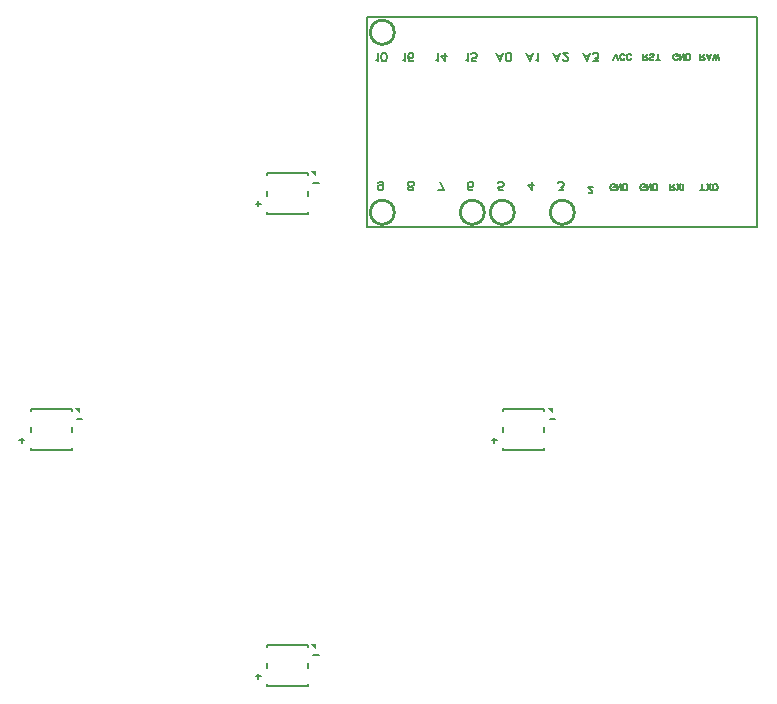
<source format=gbo>
G04 Layer: BottomSilkLayer*
G04 EasyEDA v6.3.53, 2020-07-05T02:03:50+01:00*
G04 82ae3a4b42a8425995a6aefca007ea94,831979d3ac2e4a1db92824a7b243be6d,10*
G04 Gerber Generator version 0.2*
G04 Scale: 100 percent, Rotated: No, Reflected: No *
G04 Dimensions in millimeters *
G04 leading zeros omitted , absolute positions ,3 integer and 3 decimal *
%FSLAX33Y33*%
%MOMM*%
G90*
G71D02*

%ADD10C,0.254000*%
%ADD19C,0.152400*%
%ADD20C,0.203200*%

%LPD*%
G54D19*
G01X38249Y55749D02*
G01X41749Y55749D01*
G01X38249Y52249D02*
G01X41749Y52249D01*
G01X38249Y52249D02*
G01X38249Y52419D01*
G01X38249Y53780D02*
G01X38249Y54219D01*
G01X38249Y55580D02*
G01X38249Y55749D01*
G01X41749Y52249D02*
G01X41749Y52419D01*
G01X41749Y53780D02*
G01X41749Y54219D01*
G01X41749Y55580D02*
G01X41749Y55749D01*
G01X37300Y53099D02*
G01X37724Y53099D01*
G01X37500Y53299D02*
G01X37500Y52874D01*
G01X42199Y54899D02*
G01X42624Y54899D01*
G01X18249Y35749D02*
G01X21749Y35749D01*
G01X18249Y32249D02*
G01X21749Y32249D01*
G01X18249Y32249D02*
G01X18249Y32419D01*
G01X18249Y33780D02*
G01X18249Y34219D01*
G01X18249Y35580D02*
G01X18249Y35749D01*
G01X21749Y32249D02*
G01X21749Y32419D01*
G01X21749Y33780D02*
G01X21749Y34219D01*
G01X21749Y35580D02*
G01X21749Y35749D01*
G01X17300Y33099D02*
G01X17725Y33099D01*
G01X17500Y33299D02*
G01X17500Y32874D01*
G01X22200Y34899D02*
G01X22624Y34899D01*
G01X38249Y15749D02*
G01X41749Y15749D01*
G01X38249Y12249D02*
G01X41749Y12249D01*
G01X38249Y12249D02*
G01X38249Y12419D01*
G01X38249Y13780D02*
G01X38249Y14219D01*
G01X38249Y15580D02*
G01X38249Y15749D01*
G01X41749Y12249D02*
G01X41749Y12419D01*
G01X41749Y13780D02*
G01X41749Y14219D01*
G01X41749Y15580D02*
G01X41749Y15749D01*
G01X37300Y13099D02*
G01X37724Y13099D01*
G01X37500Y13299D02*
G01X37500Y12874D01*
G01X42199Y14899D02*
G01X42624Y14899D01*
G01X58249Y35749D02*
G01X61749Y35749D01*
G01X58249Y32249D02*
G01X61749Y32249D01*
G01X58249Y32249D02*
G01X58249Y32419D01*
G01X58249Y33780D02*
G01X58249Y34219D01*
G01X58249Y35580D02*
G01X58249Y35749D01*
G01X61749Y32249D02*
G01X61749Y32419D01*
G01X61749Y33780D02*
G01X61749Y34219D01*
G01X61749Y35580D02*
G01X61749Y35749D01*
G01X57300Y33099D02*
G01X57725Y33099D01*
G01X57500Y33299D02*
G01X57500Y32874D01*
G01X62200Y34899D02*
G01X62624Y34899D01*
G54D20*
G01X79780Y51109D02*
G01X46760Y51109D01*
G01X46760Y68889D01*
G01X79780Y68889D01*
G01X79780Y51109D01*
G54D19*
G01X48098Y54493D02*
G01X48065Y54597D01*
G01X47994Y54665D01*
G01X47890Y54701D01*
G01X47857Y54701D01*
G01X47753Y54665D01*
G01X47684Y54597D01*
G01X47649Y54493D01*
G01X47649Y54457D01*
G01X47684Y54353D01*
G01X47753Y54284D01*
G01X47857Y54249D01*
G01X47890Y54249D01*
G01X47994Y54284D01*
G01X48065Y54353D01*
G01X48098Y54493D01*
G01X48098Y54665D01*
G01X48065Y54838D01*
G01X47994Y54942D01*
G01X47890Y54978D01*
G01X47821Y54978D01*
G01X47717Y54942D01*
G01X47684Y54874D01*
G01X50361Y54249D02*
G01X50257Y54284D01*
G01X50224Y54353D01*
G01X50224Y54424D01*
G01X50257Y54493D01*
G01X50328Y54526D01*
G01X50465Y54561D01*
G01X50570Y54597D01*
G01X50638Y54665D01*
G01X50674Y54734D01*
G01X50674Y54838D01*
G01X50638Y54907D01*
G01X50605Y54942D01*
G01X50501Y54978D01*
G01X50361Y54978D01*
G01X50257Y54942D01*
G01X50224Y54907D01*
G01X50189Y54838D01*
G01X50189Y54734D01*
G01X50224Y54665D01*
G01X50293Y54597D01*
G01X50397Y54561D01*
G01X50534Y54526D01*
G01X50605Y54493D01*
G01X50638Y54424D01*
G01X50638Y54353D01*
G01X50605Y54284D01*
G01X50501Y54249D01*
G01X50361Y54249D01*
G01X53214Y54249D02*
G01X52868Y54978D01*
G01X52729Y54249D02*
G01X53214Y54249D01*
G01X55685Y54353D02*
G01X55650Y54284D01*
G01X55545Y54249D01*
G01X55477Y54249D01*
G01X55373Y54284D01*
G01X55304Y54389D01*
G01X55269Y54561D01*
G01X55269Y54734D01*
G01X55304Y54874D01*
G01X55373Y54942D01*
G01X55477Y54978D01*
G01X55510Y54978D01*
G01X55614Y54942D01*
G01X55685Y54874D01*
G01X55718Y54770D01*
G01X55718Y54734D01*
G01X55685Y54630D01*
G01X55614Y54561D01*
G01X55510Y54526D01*
G01X55477Y54526D01*
G01X55373Y54561D01*
G01X55304Y54630D01*
G01X55269Y54734D01*
G01X58225Y54249D02*
G01X57877Y54249D01*
G01X57844Y54561D01*
G01X57877Y54526D01*
G01X57981Y54493D01*
G01X58085Y54493D01*
G01X58190Y54526D01*
G01X58258Y54597D01*
G01X58294Y54701D01*
G01X58294Y54770D01*
G01X58258Y54874D01*
G01X58190Y54942D01*
G01X58085Y54978D01*
G01X57981Y54978D01*
G01X57877Y54942D01*
G01X57844Y54907D01*
G01X57809Y54838D01*
G01X60694Y54249D02*
G01X60349Y54734D01*
G01X60869Y54734D01*
G01X60694Y54249D02*
G01X60694Y54978D01*
G01X62957Y54249D02*
G01X63338Y54249D01*
G01X63130Y54526D01*
G01X63234Y54526D01*
G01X63305Y54561D01*
G01X63338Y54597D01*
G01X63374Y54701D01*
G01X63374Y54770D01*
G01X63338Y54874D01*
G01X63270Y54942D01*
G01X63165Y54978D01*
G01X63061Y54978D01*
G01X62957Y54942D01*
G01X62924Y54907D01*
G01X62889Y54838D01*
G01X65505Y54107D02*
G01X65505Y54081D01*
G01X65530Y54030D01*
G01X65556Y54005D01*
G01X65606Y53980D01*
G01X65708Y53980D01*
G01X65759Y54005D01*
G01X65784Y54030D01*
G01X65810Y54081D01*
G01X65810Y54132D01*
G01X65784Y54183D01*
G01X65733Y54259D01*
G01X65479Y54513D01*
G01X65835Y54513D01*
G01X67715Y54361D02*
G01X67689Y54310D01*
G01X67638Y54259D01*
G01X67588Y54234D01*
G01X67486Y54234D01*
G01X67435Y54259D01*
G01X67384Y54310D01*
G01X67359Y54361D01*
G01X67334Y54437D01*
G01X67334Y54564D01*
G01X67359Y54640D01*
G01X67384Y54691D01*
G01X67435Y54742D01*
G01X67486Y54767D01*
G01X67588Y54767D01*
G01X67638Y54742D01*
G01X67689Y54691D01*
G01X67715Y54640D01*
G01X67715Y54564D01*
G01X67588Y54564D02*
G01X67715Y54564D01*
G01X67882Y54234D02*
G01X67882Y54767D01*
G01X67882Y54234D02*
G01X68238Y54767D01*
G01X68238Y54234D02*
G01X68238Y54767D01*
G01X68405Y54234D02*
G01X68405Y54767D01*
G01X68405Y54234D02*
G01X68583Y54234D01*
G01X68659Y54259D01*
G01X68710Y54310D01*
G01X68736Y54361D01*
G01X68761Y54437D01*
G01X68761Y54564D01*
G01X68736Y54640D01*
G01X68710Y54691D01*
G01X68659Y54742D01*
G01X68583Y54767D01*
G01X68405Y54767D01*
G01X70255Y54361D02*
G01X70229Y54310D01*
G01X70178Y54259D01*
G01X70128Y54234D01*
G01X70026Y54234D01*
G01X69975Y54259D01*
G01X69924Y54310D01*
G01X69899Y54361D01*
G01X69874Y54437D01*
G01X69874Y54564D01*
G01X69899Y54640D01*
G01X69924Y54691D01*
G01X69975Y54742D01*
G01X70026Y54767D01*
G01X70128Y54767D01*
G01X70178Y54742D01*
G01X70229Y54691D01*
G01X70255Y54640D01*
G01X70255Y54564D01*
G01X70128Y54564D02*
G01X70255Y54564D01*
G01X70422Y54234D02*
G01X70422Y54767D01*
G01X70422Y54234D02*
G01X70778Y54767D01*
G01X70778Y54234D02*
G01X70778Y54767D01*
G01X70945Y54234D02*
G01X70945Y54767D01*
G01X70945Y54234D02*
G01X71123Y54234D01*
G01X71199Y54259D01*
G01X71250Y54310D01*
G01X71276Y54361D01*
G01X71301Y54437D01*
G01X71301Y54564D01*
G01X71276Y54640D01*
G01X71250Y54691D01*
G01X71199Y54742D01*
G01X71123Y54767D01*
G01X70945Y54767D01*
G01X72414Y54234D02*
G01X72414Y54767D01*
G01X72414Y54234D02*
G01X72642Y54234D01*
G01X72718Y54259D01*
G01X72744Y54284D01*
G01X72769Y54335D01*
G01X72769Y54386D01*
G01X72744Y54437D01*
G01X72718Y54462D01*
G01X72642Y54488D01*
G01X72414Y54488D01*
G01X72591Y54488D02*
G01X72769Y54767D01*
G01X72937Y54234D02*
G01X73292Y54767D01*
G01X73292Y54234D02*
G01X72937Y54767D01*
G01X73460Y54234D02*
G01X73460Y54767D01*
G01X75131Y54234D02*
G01X75131Y54767D01*
G01X74954Y54234D02*
G01X75309Y54234D01*
G01X75477Y54234D02*
G01X75832Y54767D01*
G01X75832Y54234D02*
G01X75477Y54767D01*
G01X76152Y54234D02*
G01X76102Y54259D01*
G01X76051Y54310D01*
G01X76025Y54361D01*
G01X76000Y54437D01*
G01X76000Y54564D01*
G01X76025Y54640D01*
G01X76051Y54691D01*
G01X76102Y54742D01*
G01X76152Y54767D01*
G01X76254Y54767D01*
G01X76305Y54742D01*
G01X76356Y54691D01*
G01X76381Y54640D01*
G01X76406Y54564D01*
G01X76406Y54437D01*
G01X76381Y54361D01*
G01X76356Y54310D01*
G01X76305Y54259D01*
G01X76254Y54234D01*
G01X76152Y54234D01*
G01X74954Y65283D02*
G01X74954Y65816D01*
G01X74954Y65283D02*
G01X75182Y65283D01*
G01X75258Y65308D01*
G01X75284Y65333D01*
G01X75309Y65384D01*
G01X75309Y65435D01*
G01X75284Y65486D01*
G01X75258Y65511D01*
G01X75182Y65537D01*
G01X74954Y65537D01*
G01X75131Y65537D02*
G01X75309Y65816D01*
G01X75680Y65283D02*
G01X75477Y65816D01*
G01X75680Y65283D02*
G01X75883Y65816D01*
G01X75553Y65638D02*
G01X75807Y65638D01*
G01X76051Y65283D02*
G01X76178Y65816D01*
G01X76305Y65283D02*
G01X76178Y65816D01*
G01X76305Y65283D02*
G01X76432Y65816D01*
G01X76559Y65283D02*
G01X76432Y65816D01*
G01X73049Y65410D02*
G01X73023Y65359D01*
G01X72972Y65308D01*
G01X72922Y65283D01*
G01X72820Y65283D01*
G01X72769Y65308D01*
G01X72718Y65359D01*
G01X72693Y65410D01*
G01X72668Y65486D01*
G01X72668Y65613D01*
G01X72693Y65689D01*
G01X72718Y65740D01*
G01X72769Y65791D01*
G01X72820Y65816D01*
G01X72922Y65816D01*
G01X72972Y65791D01*
G01X73023Y65740D01*
G01X73049Y65689D01*
G01X73049Y65613D01*
G01X72922Y65613D02*
G01X73049Y65613D01*
G01X73216Y65283D02*
G01X73216Y65816D01*
G01X73216Y65283D02*
G01X73572Y65816D01*
G01X73572Y65283D02*
G01X73572Y65816D01*
G01X73739Y65283D02*
G01X73739Y65816D01*
G01X73739Y65283D02*
G01X73917Y65283D01*
G01X73993Y65308D01*
G01X74044Y65359D01*
G01X74070Y65410D01*
G01X74095Y65486D01*
G01X74095Y65613D01*
G01X74070Y65689D01*
G01X74044Y65740D01*
G01X73993Y65791D01*
G01X73917Y65816D01*
G01X73739Y65816D01*
G01X70128Y65283D02*
G01X70128Y65816D01*
G01X70128Y65283D02*
G01X70356Y65283D01*
G01X70432Y65308D01*
G01X70458Y65333D01*
G01X70483Y65384D01*
G01X70483Y65435D01*
G01X70458Y65486D01*
G01X70432Y65511D01*
G01X70356Y65537D01*
G01X70128Y65537D01*
G01X70305Y65537D02*
G01X70483Y65816D01*
G01X71006Y65359D02*
G01X70956Y65308D01*
G01X70879Y65283D01*
G01X70778Y65283D01*
G01X70702Y65308D01*
G01X70651Y65359D01*
G01X70651Y65410D01*
G01X70676Y65460D01*
G01X70702Y65486D01*
G01X70752Y65511D01*
G01X70905Y65562D01*
G01X70956Y65587D01*
G01X70981Y65613D01*
G01X71006Y65664D01*
G01X71006Y65740D01*
G01X70956Y65791D01*
G01X70879Y65816D01*
G01X70778Y65816D01*
G01X70702Y65791D01*
G01X70651Y65740D01*
G01X71352Y65283D02*
G01X71352Y65816D01*
G01X71174Y65283D02*
G01X71530Y65283D01*
G01X67588Y65283D02*
G01X67791Y65816D01*
G01X67994Y65283D02*
G01X67791Y65816D01*
G01X68543Y65410D02*
G01X68517Y65359D01*
G01X68466Y65308D01*
G01X68416Y65283D01*
G01X68314Y65283D01*
G01X68263Y65308D01*
G01X68212Y65359D01*
G01X68187Y65410D01*
G01X68162Y65486D01*
G01X68162Y65613D01*
G01X68187Y65689D01*
G01X68212Y65740D01*
G01X68263Y65791D01*
G01X68314Y65816D01*
G01X68416Y65816D01*
G01X68466Y65791D01*
G01X68517Y65740D01*
G01X68543Y65689D01*
G01X69091Y65410D02*
G01X69066Y65359D01*
G01X69015Y65308D01*
G01X68964Y65283D01*
G01X68863Y65283D01*
G01X68812Y65308D01*
G01X68761Y65359D01*
G01X68736Y65410D01*
G01X68710Y65486D01*
G01X68710Y65613D01*
G01X68736Y65689D01*
G01X68761Y65740D01*
G01X68812Y65791D01*
G01X68863Y65816D01*
G01X68964Y65816D01*
G01X69015Y65791D01*
G01X69066Y65740D01*
G01X69091Y65689D01*
G01X65324Y65171D02*
G01X65048Y65900D01*
G01X65324Y65171D02*
G01X65601Y65900D01*
G01X65152Y65656D02*
G01X65497Y65656D01*
G01X65898Y65171D02*
G01X66279Y65171D01*
G01X66074Y65448D01*
G01X66178Y65448D01*
G01X66246Y65483D01*
G01X66279Y65519D01*
G01X66315Y65623D01*
G01X66315Y65692D01*
G01X66279Y65796D01*
G01X66211Y65864D01*
G01X66107Y65900D01*
G01X66003Y65900D01*
G01X65898Y65864D01*
G01X65865Y65829D01*
G01X65830Y65760D01*
G01X62784Y65171D02*
G01X62508Y65900D01*
G01X62784Y65171D02*
G01X63061Y65900D01*
G01X62612Y65656D02*
G01X62957Y65656D01*
G01X63325Y65346D02*
G01X63325Y65311D01*
G01X63358Y65242D01*
G01X63394Y65206D01*
G01X63463Y65171D01*
G01X63602Y65171D01*
G01X63671Y65206D01*
G01X63706Y65242D01*
G01X63739Y65311D01*
G01X63739Y65379D01*
G01X63706Y65448D01*
G01X63638Y65552D01*
G01X63290Y65900D01*
G01X63775Y65900D01*
G01X60498Y65171D02*
G01X60222Y65900D01*
G01X60498Y65171D02*
G01X60775Y65900D01*
G01X60326Y65656D02*
G01X60671Y65656D01*
G01X61004Y65311D02*
G01X61072Y65275D01*
G01X61177Y65171D01*
G01X61177Y65900D01*
G01X57958Y65171D02*
G01X57682Y65900D01*
G01X57958Y65171D02*
G01X58235Y65900D01*
G01X57786Y65656D02*
G01X58131Y65656D01*
G01X58672Y65171D02*
G01X58568Y65206D01*
G01X58499Y65311D01*
G01X58464Y65483D01*
G01X58464Y65587D01*
G01X58499Y65760D01*
G01X58568Y65864D01*
G01X58672Y65900D01*
G01X58741Y65900D01*
G01X58845Y65864D01*
G01X58913Y65760D01*
G01X58949Y65587D01*
G01X58949Y65483D01*
G01X58913Y65311D01*
G01X58845Y65206D01*
G01X58741Y65171D01*
G01X58672Y65171D01*
G01X55142Y65311D02*
G01X55210Y65275D01*
G01X55314Y65171D01*
G01X55314Y65900D01*
G01X55959Y65171D02*
G01X55611Y65171D01*
G01X55578Y65483D01*
G01X55611Y65448D01*
G01X55716Y65415D01*
G01X55820Y65415D01*
G01X55924Y65448D01*
G01X55992Y65519D01*
G01X56028Y65623D01*
G01X56028Y65692D01*
G01X55992Y65796D01*
G01X55924Y65864D01*
G01X55820Y65900D01*
G01X55716Y65900D01*
G01X55611Y65864D01*
G01X55578Y65829D01*
G01X55543Y65760D01*
G01X52602Y65311D02*
G01X52670Y65275D01*
G01X52774Y65171D01*
G01X52774Y65900D01*
G01X53351Y65171D02*
G01X53003Y65656D01*
G01X53524Y65656D01*
G01X53351Y65171D02*
G01X53351Y65900D01*
G01X49808Y65311D02*
G01X49876Y65275D01*
G01X49980Y65171D01*
G01X49980Y65900D01*
G01X50625Y65275D02*
G01X50590Y65206D01*
G01X50486Y65171D01*
G01X50417Y65171D01*
G01X50313Y65206D01*
G01X50244Y65311D01*
G01X50209Y65483D01*
G01X50209Y65656D01*
G01X50244Y65796D01*
G01X50313Y65864D01*
G01X50417Y65900D01*
G01X50453Y65900D01*
G01X50557Y65864D01*
G01X50625Y65796D01*
G01X50658Y65692D01*
G01X50658Y65656D01*
G01X50625Y65552D01*
G01X50557Y65483D01*
G01X50453Y65448D01*
G01X50417Y65448D01*
G01X50313Y65483D01*
G01X50244Y65552D01*
G01X50209Y65656D01*
G01X47522Y65311D02*
G01X47590Y65275D01*
G01X47694Y65171D01*
G01X47694Y65900D01*
G01X48131Y65171D02*
G01X48027Y65206D01*
G01X47958Y65311D01*
G01X47923Y65483D01*
G01X47923Y65587D01*
G01X47958Y65760D01*
G01X48027Y65864D01*
G01X48131Y65900D01*
G01X48200Y65900D01*
G01X48304Y65864D01*
G01X48372Y65760D01*
G01X48408Y65587D01*
G01X48408Y65483D01*
G01X48372Y65311D01*
G01X48304Y65206D01*
G01X48200Y65171D01*
G01X48131Y65171D01*
G54D10*
G75*
G01X56666Y52380D02*
G03X56666Y52380I-1016J0D01*
G01*
G75*
G01X59206Y52380D02*
G03X59206Y52380I-1016J0D01*
G01*
G75*
G01X64286Y52380D02*
G03X64286Y52380I-1016J0D01*
G01*
G75*
G01X49046Y52380D02*
G03X49046Y52380I-1016J0D01*
G01*
G75*
G01X49046Y67620D02*
G03X49046Y67620I-1016J0D01*
G01*

%LPD*%
G36*
G01X42449Y55849D02*
G01X41949Y55849D01*
G01X42449Y55349D01*
G01X42449Y55849D01*
G37*

%LPD*%
G36*
G01X22449Y35849D02*
G01X21949Y35849D01*
G01X22449Y35349D01*
G01X22449Y35849D01*
G37*

%LPD*%
G36*
G01X42449Y15849D02*
G01X41949Y15849D01*
G01X42449Y15349D01*
G01X42449Y15849D01*
G37*

%LPD*%
G36*
G01X62449Y35849D02*
G01X61949Y35849D01*
G01X62449Y35349D01*
G01X62449Y35849D01*
G37*
M00*
M02*

</source>
